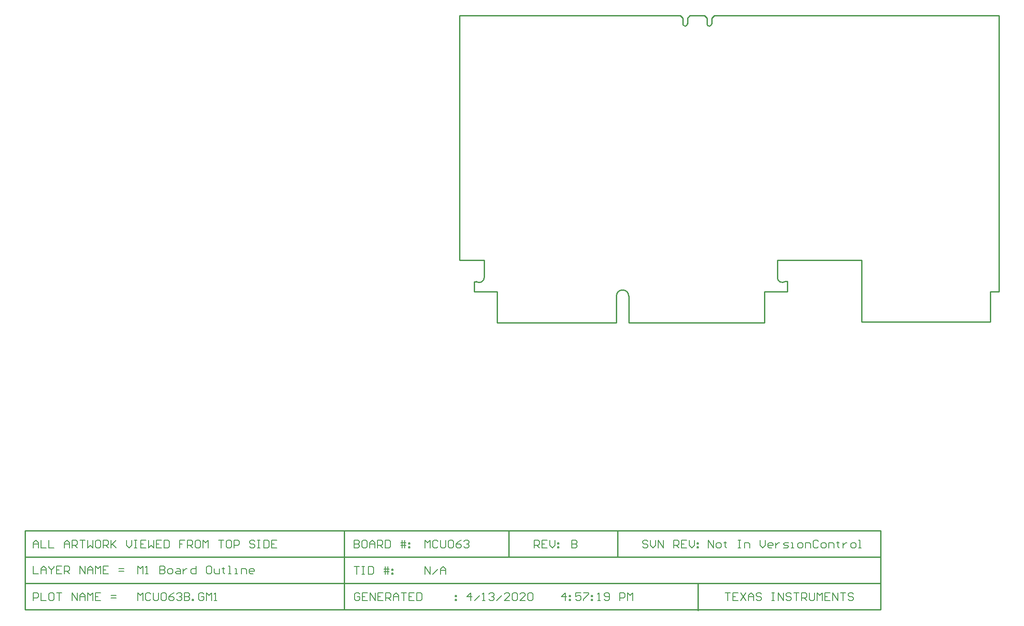
<source format=gm1>
G04*
G04 #@! TF.GenerationSoftware,Altium Limited,Altium Designer,18.1.9 (240)*
G04*
G04 Layer_Color=11296232*
%FSAX25Y25*%
%MOIN*%
G70*
G01*
G75*
%ADD14C,0.00394*%
%ADD15C,0.00800*%
%ADD17C,0.01000*%
G54D14*
X0172378Y0230504D02*
G03*
X0175921Y0230504I0001772J0000000D01*
G01*
X0191079D02*
G03*
X0194622Y0230504I0001772J0000000D01*
G01*
X0000001Y0183378D02*
Y0230622D01*
X0162831Y0237000D02*
X0170409D01*
X0172378Y0230504D02*
Y0235032D01*
X0170409Y0237000D02*
X0172378Y0235032D01*
X0175921Y0230504D02*
Y0235032D01*
X0177890Y0237000D01*
X0177988D01*
X0189012D01*
X0191079Y0230504D02*
Y0235032D01*
X0194622Y0230504D02*
Y0235032D01*
X0189110Y0237000D02*
X0191079Y0235032D01*
X0189012Y0237000D02*
X0189110D01*
X0194622Y0235032D02*
X0196591Y0237000D01*
X0204169D01*
G54D15*
X-0248386Y-0194578D02*
Y-0188580D01*
X-0246387Y-0190579D01*
X-0244388Y-0188580D01*
Y-0194578D01*
X-0242388D02*
X-0240389D01*
X-0241389D01*
Y-0188580D01*
X-0242388Y-0189579D01*
X-0231392Y-0188580D02*
Y-0194578D01*
X-0228393D01*
X-0227393Y-0193578D01*
Y-0192579D01*
X-0228393Y-0191579D01*
X-0231392D01*
X-0228393D01*
X-0227393Y-0190579D01*
Y-0189579D01*
X-0228393Y-0188580D01*
X-0231392D01*
X-0224394Y-0194578D02*
X-0222395D01*
X-0221395Y-0193578D01*
Y-0191579D01*
X-0222395Y-0190579D01*
X-0224394D01*
X-0225394Y-0191579D01*
Y-0193578D01*
X-0224394Y-0194578D01*
X-0218396Y-0190579D02*
X-0216397D01*
X-0215397Y-0191579D01*
Y-0194578D01*
X-0218396D01*
X-0219396Y-0193578D01*
X-0218396Y-0192579D01*
X-0215397D01*
X-0213398Y-0190579D02*
Y-0194578D01*
Y-0192579D01*
X-0212398Y-0191579D01*
X-0211398Y-0190579D01*
X-0210399D01*
X-0203401Y-0188580D02*
Y-0194578D01*
X-0206400D01*
X-0207400Y-0193578D01*
Y-0191579D01*
X-0206400Y-0190579D01*
X-0203401D01*
X-0192404Y-0188580D02*
X-0194404D01*
X-0195404Y-0189579D01*
Y-0193578D01*
X-0194404Y-0194578D01*
X-0192404D01*
X-0191405Y-0193578D01*
Y-0189579D01*
X-0192404Y-0188580D01*
X-0189406Y-0190579D02*
Y-0193578D01*
X-0188406Y-0194578D01*
X-0185407D01*
Y-0190579D01*
X-0182408Y-0189579D02*
Y-0190579D01*
X-0183407D01*
X-0181408D01*
X-0182408D01*
Y-0193578D01*
X-0181408Y-0194578D01*
X-0178409D02*
X-0176410D01*
X-0177409D01*
Y-0188580D01*
X-0178409D01*
X-0173411Y-0194578D02*
X-0171411D01*
X-0172411D01*
Y-0190579D01*
X-0173411D01*
X-0168412Y-0194578D02*
Y-0190579D01*
X-0165413D01*
X-0164414Y-0191579D01*
Y-0194578D01*
X-0159415D02*
X-0161415D01*
X-0162414Y-0193578D01*
Y-0191579D01*
X-0161415Y-0190579D01*
X-0159415D01*
X-0158415Y-0191579D01*
Y-0192579D01*
X-0162414D01*
X0192114Y-0174295D02*
Y-0168297D01*
X0196112Y-0174295D01*
Y-0168297D01*
X0199111Y-0174295D02*
X0201111D01*
X0202110Y-0173296D01*
Y-0171296D01*
X0201111Y-0170297D01*
X0199111D01*
X0198112Y-0171296D01*
Y-0173296D01*
X0199111Y-0174295D01*
X0205109Y-0169297D02*
Y-0170297D01*
X0204110D01*
X0206109D01*
X0205109D01*
Y-0173296D01*
X0206109Y-0174295D01*
X0215106Y-0168297D02*
X0217106D01*
X0216106D01*
Y-0174295D01*
X0215106D01*
X0217106D01*
X0220105D02*
Y-0170297D01*
X0223104D01*
X0224103Y-0171296D01*
Y-0174295D01*
X0232101Y-0168297D02*
Y-0172296D01*
X0234100Y-0174295D01*
X0236099Y-0172296D01*
Y-0168297D01*
X0241098Y-0174295D02*
X0239098D01*
X0238099Y-0173296D01*
Y-0171296D01*
X0239098Y-0170297D01*
X0241098D01*
X0242097Y-0171296D01*
Y-0172296D01*
X0238099D01*
X0244097Y-0170297D02*
Y-0174295D01*
Y-0172296D01*
X0245096Y-0171296D01*
X0246096Y-0170297D01*
X0247096D01*
X0250095Y-0174295D02*
X0253094D01*
X0254094Y-0173296D01*
X0253094Y-0172296D01*
X0251095D01*
X0250095Y-0171296D01*
X0251095Y-0170297D01*
X0254094D01*
X0256093Y-0174295D02*
X0258092D01*
X0257093D01*
Y-0170297D01*
X0256093D01*
X0262091Y-0174295D02*
X0264090D01*
X0265090Y-0173296D01*
Y-0171296D01*
X0264090Y-0170297D01*
X0262091D01*
X0261091Y-0171296D01*
Y-0173296D01*
X0262091Y-0174295D01*
X0267089D02*
Y-0170297D01*
X0270088D01*
X0271088Y-0171296D01*
Y-0174295D01*
X0277086Y-0169297D02*
X0276086Y-0168297D01*
X0274087D01*
X0273087Y-0169297D01*
Y-0173296D01*
X0274087Y-0174295D01*
X0276086D01*
X0277086Y-0173296D01*
X0280085Y-0174295D02*
X0282084D01*
X0283084Y-0173296D01*
Y-0171296D01*
X0282084Y-0170297D01*
X0280085D01*
X0279085Y-0171296D01*
Y-0173296D01*
X0280085Y-0174295D01*
X0285084D02*
Y-0170297D01*
X0288083D01*
X0289082Y-0171296D01*
Y-0174295D01*
X0292081Y-0169297D02*
Y-0170297D01*
X0291082D01*
X0293081D01*
X0292081D01*
Y-0173296D01*
X0293081Y-0174295D01*
X0296080Y-0170297D02*
Y-0174295D01*
Y-0172296D01*
X0297080Y-0171296D01*
X0298079Y-0170297D01*
X0299079D01*
X0303078Y-0174295D02*
X0305077D01*
X0306077Y-0173296D01*
Y-0171296D01*
X0305077Y-0170297D01*
X0303078D01*
X0302078Y-0171296D01*
Y-0173296D01*
X0303078Y-0174295D01*
X0308076D02*
X0310075D01*
X0309076D01*
Y-0168297D01*
X0308076D01*
X0145512Y-0169297D02*
X0144513Y-0168297D01*
X0142513D01*
X0141514Y-0169297D01*
Y-0170297D01*
X0142513Y-0171296D01*
X0144513D01*
X0145512Y-0172296D01*
Y-0173296D01*
X0144513Y-0174295D01*
X0142513D01*
X0141514Y-0173296D01*
X0147512Y-0168297D02*
Y-0172296D01*
X0149511Y-0174295D01*
X0151510Y-0172296D01*
Y-0168297D01*
X0153510Y-0174295D02*
Y-0168297D01*
X0157508Y-0174295D01*
Y-0168297D01*
X0165506Y-0174295D02*
Y-0168297D01*
X0168505D01*
X0169504Y-0169297D01*
Y-0171296D01*
X0168505Y-0172296D01*
X0165506D01*
X0167505D02*
X0169504Y-0174295D01*
X0175503Y-0168297D02*
X0171504D01*
Y-0174295D01*
X0175503D01*
X0171504Y-0171296D02*
X0173503D01*
X0177502Y-0168297D02*
Y-0172296D01*
X0179501Y-0174295D01*
X0181501Y-0172296D01*
Y-0168297D01*
X0183500Y-0170297D02*
X0184500D01*
Y-0171296D01*
X0183500D01*
Y-0170297D01*
Y-0173296D02*
X0184500D01*
Y-0174295D01*
X0183500D01*
Y-0173296D01*
X0057714Y-0174295D02*
Y-0168297D01*
X0060713D01*
X0061712Y-0169297D01*
Y-0171296D01*
X0060713Y-0172296D01*
X0057714D01*
X0059713D02*
X0061712Y-0174295D01*
X0067710Y-0168297D02*
X0063712D01*
Y-0174295D01*
X0067710D01*
X0063712Y-0171296D02*
X0065711D01*
X0069710Y-0168297D02*
Y-0172296D01*
X0071709Y-0174295D01*
X0073708Y-0172296D01*
Y-0168297D01*
X0075708Y-0170297D02*
X0076708D01*
Y-0171296D01*
X0075708D01*
Y-0170297D01*
Y-0173296D02*
X0076708D01*
Y-0174295D01*
X0075708D01*
Y-0173296D01*
X-0248386Y-0215162D02*
Y-0209164D01*
X-0246387Y-0211163D01*
X-0244388Y-0209164D01*
Y-0215162D01*
X-0238390Y-0210164D02*
X-0239389Y-0209164D01*
X-0241389D01*
X-0242388Y-0210164D01*
Y-0214162D01*
X-0241389Y-0215162D01*
X-0239389D01*
X-0238390Y-0214162D01*
X-0236390Y-0209164D02*
Y-0214162D01*
X-0235391Y-0215162D01*
X-0233391D01*
X-0232392Y-0214162D01*
Y-0209164D01*
X-0230392Y-0210164D02*
X-0229393Y-0209164D01*
X-0227393D01*
X-0226394Y-0210164D01*
Y-0214162D01*
X-0227393Y-0215162D01*
X-0229393D01*
X-0230392Y-0214162D01*
Y-0210164D01*
X-0220395Y-0209164D02*
X-0222395Y-0210164D01*
X-0224394Y-0212163D01*
Y-0214162D01*
X-0223394Y-0215162D01*
X-0221395D01*
X-0220395Y-0214162D01*
Y-0213163D01*
X-0221395Y-0212163D01*
X-0224394D01*
X-0218396Y-0210164D02*
X-0217396Y-0209164D01*
X-0215397D01*
X-0214397Y-0210164D01*
Y-0211163D01*
X-0215397Y-0212163D01*
X-0216397D01*
X-0215397D01*
X-0214397Y-0213163D01*
Y-0214162D01*
X-0215397Y-0215162D01*
X-0217396D01*
X-0218396Y-0214162D01*
X-0212398Y-0209164D02*
Y-0215162D01*
X-0209399D01*
X-0208399Y-0214162D01*
Y-0213163D01*
X-0209399Y-0212163D01*
X-0212398D01*
X-0209399D01*
X-0208399Y-0211163D01*
Y-0210164D01*
X-0209399Y-0209164D01*
X-0212398D01*
X-0206400Y-0215162D02*
Y-0214162D01*
X-0205400D01*
Y-0215162D01*
X-0206400D01*
X-0197403Y-0210164D02*
X-0198403Y-0209164D01*
X-0200402D01*
X-0201402Y-0210164D01*
Y-0214162D01*
X-0200402Y-0215162D01*
X-0198403D01*
X-0197403Y-0214162D01*
Y-0212163D01*
X-0199402D01*
X-0195404Y-0215162D02*
Y-0209164D01*
X-0193404Y-0211163D01*
X-0191405Y-0209164D01*
Y-0215162D01*
X-0189406D02*
X-0187406D01*
X-0188406D01*
Y-0209164D01*
X-0189406Y-0210164D01*
X0008863Y-0215162D02*
Y-0209164D01*
X0005864Y-0212163D01*
X0009862D01*
X0011862Y-0215162D02*
X0015860Y-0211163D01*
X0017860Y-0215162D02*
X0019859D01*
X0018859D01*
Y-0209164D01*
X0017860Y-0210164D01*
X0022858D02*
X0023858Y-0209164D01*
X0025857D01*
X0026857Y-0210164D01*
Y-0211163D01*
X0025857Y-0212163D01*
X0024858D01*
X0025857D01*
X0026857Y-0213163D01*
Y-0214162D01*
X0025857Y-0215162D01*
X0023858D01*
X0022858Y-0214162D01*
X0028856Y-0215162D02*
X0032855Y-0211163D01*
X0038853Y-0215162D02*
X0034854D01*
X0038853Y-0211163D01*
Y-0210164D01*
X0037853Y-0209164D01*
X0035854D01*
X0034854Y-0210164D01*
X0040852D02*
X0041852Y-0209164D01*
X0043851D01*
X0044851Y-0210164D01*
Y-0214162D01*
X0043851Y-0215162D01*
X0041852D01*
X0040852Y-0214162D01*
Y-0210164D01*
X0050849Y-0215162D02*
X0046850D01*
X0050849Y-0211163D01*
Y-0210164D01*
X0049849Y-0209164D01*
X0047850D01*
X0046850Y-0210164D01*
X0052848D02*
X0053848Y-0209164D01*
X0055847D01*
X0056847Y-0210164D01*
Y-0214162D01*
X0055847Y-0215162D01*
X0053848D01*
X0052848Y-0214162D01*
Y-0210164D01*
X-0077088D02*
X-0078087Y-0209164D01*
X-0080087D01*
X-0081086Y-0210164D01*
Y-0214162D01*
X-0080087Y-0215162D01*
X-0078087D01*
X-0077088Y-0214162D01*
Y-0212163D01*
X-0079087D01*
X-0071090Y-0209164D02*
X-0075088D01*
Y-0215162D01*
X-0071090D01*
X-0075088Y-0212163D02*
X-0073089D01*
X-0069090Y-0215162D02*
Y-0209164D01*
X-0065092Y-0215162D01*
Y-0209164D01*
X-0059093D02*
X-0063092D01*
Y-0215162D01*
X-0059093D01*
X-0063092Y-0212163D02*
X-0061093D01*
X-0057094Y-0215162D02*
Y-0209164D01*
X-0054095D01*
X-0053096Y-0210164D01*
Y-0212163D01*
X-0054095Y-0213163D01*
X-0057094D01*
X-0055095D02*
X-0053096Y-0215162D01*
X-0051096D02*
Y-0211163D01*
X-0049097Y-0209164D01*
X-0047097Y-0211163D01*
Y-0215162D01*
Y-0212163D01*
X-0051096D01*
X-0045098Y-0209164D02*
X-0041099D01*
X-0043099D01*
Y-0215162D01*
X-0035101Y-0209164D02*
X-0039100D01*
Y-0215162D01*
X-0035101D01*
X-0039100Y-0212163D02*
X-0037101D01*
X-0033102Y-0209164D02*
Y-0215162D01*
X-0030103D01*
X-0029103Y-0214162D01*
Y-0210164D01*
X-0030103Y-0209164D01*
X-0033102D01*
X-0003112Y-0211163D02*
X-0002112D01*
Y-0212163D01*
X-0003112D01*
Y-0211163D01*
Y-0214162D02*
X-0002112D01*
Y-0215162D01*
X-0003112D01*
Y-0214162D01*
X-0328936Y-0174295D02*
Y-0170297D01*
X-0326937Y-0168297D01*
X-0324938Y-0170297D01*
Y-0174295D01*
Y-0171296D01*
X-0328936D01*
X-0322938Y-0168297D02*
Y-0174295D01*
X-0318940D01*
X-0316940Y-0168297D02*
Y-0174295D01*
X-0312942D01*
X-0304944D02*
Y-0170297D01*
X-0302945Y-0168297D01*
X-0300945Y-0170297D01*
Y-0174295D01*
Y-0171296D01*
X-0304944D01*
X-0298946Y-0174295D02*
Y-0168297D01*
X-0295947D01*
X-0294947Y-0169297D01*
Y-0171296D01*
X-0295947Y-0172296D01*
X-0298946D01*
X-0296947D02*
X-0294947Y-0174295D01*
X-0292948Y-0168297D02*
X-0288949D01*
X-0290949D01*
Y-0174295D01*
X-0286950Y-0168297D02*
Y-0174295D01*
X-0284951Y-0172296D01*
X-0282951Y-0174295D01*
Y-0168297D01*
X-0277953D02*
X-0279952D01*
X-0280952Y-0169297D01*
Y-0173296D01*
X-0279952Y-0174295D01*
X-0277953D01*
X-0276953Y-0173296D01*
Y-0169297D01*
X-0277953Y-0168297D01*
X-0274954Y-0174295D02*
Y-0168297D01*
X-0271955D01*
X-0270955Y-0169297D01*
Y-0171296D01*
X-0271955Y-0172296D01*
X-0274954D01*
X-0272955D02*
X-0270955Y-0174295D01*
X-0268956Y-0168297D02*
Y-0174295D01*
Y-0172296D01*
X-0264957Y-0168297D01*
X-0267956Y-0171296D01*
X-0264957Y-0174295D01*
X-0256960Y-0168297D02*
Y-0172296D01*
X-0254960Y-0174295D01*
X-0252961Y-0172296D01*
Y-0168297D01*
X-0250962D02*
X-0248962D01*
X-0249962D01*
Y-0174295D01*
X-0250962D01*
X-0248962D01*
X-0241965Y-0168297D02*
X-0245963D01*
Y-0174295D01*
X-0241965D01*
X-0245963Y-0171296D02*
X-0243964D01*
X-0239965Y-0168297D02*
Y-0174295D01*
X-0237966Y-0172296D01*
X-0235966Y-0174295D01*
Y-0168297D01*
X-0229968D02*
X-0233967D01*
Y-0174295D01*
X-0229968D01*
X-0233967Y-0171296D02*
X-0231968D01*
X-0227969Y-0168297D02*
Y-0174295D01*
X-0224970D01*
X-0223970Y-0173296D01*
Y-0169297D01*
X-0224970Y-0168297D01*
X-0227969D01*
X-0211974D02*
X-0215973D01*
Y-0171296D01*
X-0213974D01*
X-0215973D01*
Y-0174295D01*
X-0209975D02*
Y-0168297D01*
X-0206976D01*
X-0205976Y-0169297D01*
Y-0171296D01*
X-0206976Y-0172296D01*
X-0209975D01*
X-0207976D02*
X-0205976Y-0174295D01*
X-0200978Y-0168297D02*
X-0202977D01*
X-0203977Y-0169297D01*
Y-0173296D01*
X-0202977Y-0174295D01*
X-0200978D01*
X-0199978Y-0173296D01*
Y-0169297D01*
X-0200978Y-0168297D01*
X-0197979Y-0174295D02*
Y-0168297D01*
X-0195979Y-0170297D01*
X-0193980Y-0168297D01*
Y-0174295D01*
X-0185983Y-0168297D02*
X-0181984D01*
X-0183983D01*
Y-0174295D01*
X-0176986Y-0168297D02*
X-0178985D01*
X-0179985Y-0169297D01*
Y-0173296D01*
X-0178985Y-0174295D01*
X-0176986D01*
X-0175986Y-0173296D01*
Y-0169297D01*
X-0176986Y-0168297D01*
X-0173986Y-0174295D02*
Y-0168297D01*
X-0170987D01*
X-0169988Y-0169297D01*
Y-0171296D01*
X-0170987Y-0172296D01*
X-0173986D01*
X-0157992Y-0169297D02*
X-0158991Y-0168297D01*
X-0160991D01*
X-0161990Y-0169297D01*
Y-0170297D01*
X-0160991Y-0171296D01*
X-0158991D01*
X-0157992Y-0172296D01*
Y-0173296D01*
X-0158991Y-0174295D01*
X-0160991D01*
X-0161990Y-0173296D01*
X-0155992Y-0168297D02*
X-0153993D01*
X-0154993D01*
Y-0174295D01*
X-0155992D01*
X-0153993D01*
X-0150994Y-0168297D02*
Y-0174295D01*
X-0147995D01*
X-0146995Y-0173296D01*
Y-0169297D01*
X-0147995Y-0168297D01*
X-0150994D01*
X-0140997D02*
X-0144996D01*
Y-0174295D01*
X-0140997D01*
X-0144996Y-0171296D02*
X-0142997D01*
X0086864Y-0168297D02*
Y-0174295D01*
X0089863D01*
X0090862Y-0173296D01*
Y-0172296D01*
X0089863Y-0171296D01*
X0086864D01*
X0089863D01*
X0090862Y-0170297D01*
Y-0169297D01*
X0089863Y-0168297D01*
X0086864D01*
X-0026736Y-0174295D02*
Y-0168297D01*
X-0024737Y-0170297D01*
X-0022738Y-0168297D01*
Y-0174295D01*
X-0016740Y-0169297D02*
X-0017739Y-0168297D01*
X-0019739D01*
X-0020738Y-0169297D01*
Y-0173296D01*
X-0019739Y-0174295D01*
X-0017739D01*
X-0016740Y-0173296D01*
X-0014740Y-0168297D02*
Y-0173296D01*
X-0013741Y-0174295D01*
X-0011741D01*
X-0010742Y-0173296D01*
Y-0168297D01*
X-0008742Y-0169297D02*
X-0007743Y-0168297D01*
X-0005743D01*
X-0004744Y-0169297D01*
Y-0173296D01*
X-0005743Y-0174295D01*
X-0007743D01*
X-0008742Y-0173296D01*
Y-0169297D01*
X0001255Y-0168297D02*
X-0000745Y-0169297D01*
X-0002744Y-0171296D01*
Y-0173296D01*
X-0001744Y-0174295D01*
X0000255D01*
X0001255Y-0173296D01*
Y-0172296D01*
X0000255Y-0171296D01*
X-0002744D01*
X0003254Y-0169297D02*
X0004254Y-0168297D01*
X0006253D01*
X0007253Y-0169297D01*
Y-0170297D01*
X0006253Y-0171296D01*
X0005253D01*
X0006253D01*
X0007253Y-0172296D01*
Y-0173296D01*
X0006253Y-0174295D01*
X0004254D01*
X0003254Y-0173296D01*
X-0081286Y-0168297D02*
Y-0174295D01*
X-0078287D01*
X-0077288Y-0173296D01*
Y-0172296D01*
X-0078287Y-0171296D01*
X-0081286D01*
X-0078287D01*
X-0077288Y-0170297D01*
Y-0169297D01*
X-0078287Y-0168297D01*
X-0081286D01*
X-0072289D02*
X-0074289D01*
X-0075288Y-0169297D01*
Y-0173296D01*
X-0074289Y-0174295D01*
X-0072289D01*
X-0071290Y-0173296D01*
Y-0169297D01*
X-0072289Y-0168297D01*
X-0069290Y-0174295D02*
Y-0170297D01*
X-0067291Y-0168297D01*
X-0065292Y-0170297D01*
Y-0174295D01*
Y-0171296D01*
X-0069290D01*
X-0063292Y-0174295D02*
Y-0168297D01*
X-0060293D01*
X-0059294Y-0169297D01*
Y-0171296D01*
X-0060293Y-0172296D01*
X-0063292D01*
X-0061293D02*
X-0059294Y-0174295D01*
X-0057294Y-0168297D02*
Y-0174295D01*
X-0054295D01*
X-0053295Y-0173296D01*
Y-0169297D01*
X-0054295Y-0168297D01*
X-0057294D01*
X-0044298Y-0174295D02*
Y-0168297D01*
X-0042299D02*
Y-0174295D01*
X-0045298Y-0170297D02*
X-0042299D01*
X-0041299D01*
X-0045298Y-0172296D02*
X-0041299D01*
X-0039300Y-0170297D02*
X-0038300D01*
Y-0171296D01*
X-0039300D01*
Y-0170297D01*
Y-0173296D02*
X-0038300D01*
Y-0174295D01*
X-0039300D01*
Y-0173296D01*
X-0328936Y-0188580D02*
Y-0194578D01*
X-0324938D01*
X-0322938D02*
Y-0190579D01*
X-0320939Y-0188580D01*
X-0318940Y-0190579D01*
Y-0194578D01*
Y-0191579D01*
X-0322938D01*
X-0316940Y-0188580D02*
Y-0189579D01*
X-0314941Y-0191579D01*
X-0312942Y-0189579D01*
Y-0188580D01*
X-0314941Y-0191579D02*
Y-0194578D01*
X-0306943Y-0188580D02*
X-0310942D01*
Y-0194578D01*
X-0306943D01*
X-0310942Y-0191579D02*
X-0308943D01*
X-0304944Y-0194578D02*
Y-0188580D01*
X-0301945D01*
X-0300945Y-0189579D01*
Y-0191579D01*
X-0301945Y-0192579D01*
X-0304944D01*
X-0302945D02*
X-0300945Y-0194578D01*
X-0292948D02*
Y-0188580D01*
X-0288949Y-0194578D01*
Y-0188580D01*
X-0286950Y-0194578D02*
Y-0190579D01*
X-0284951Y-0188580D01*
X-0282951Y-0190579D01*
Y-0194578D01*
Y-0191579D01*
X-0286950D01*
X-0280952Y-0194578D02*
Y-0188580D01*
X-0278953Y-0190579D01*
X-0276953Y-0188580D01*
Y-0194578D01*
X-0270955Y-0188580D02*
X-0274954D01*
Y-0194578D01*
X-0270955D01*
X-0274954Y-0191579D02*
X-0272955D01*
X-0262958Y-0192579D02*
X-0258959D01*
X-0262958Y-0190579D02*
X-0258959D01*
X-0328936Y-0215162D02*
Y-0209164D01*
X-0325937D01*
X-0324938Y-0210164D01*
Y-0212163D01*
X-0325937Y-0213163D01*
X-0328936D01*
X-0322938Y-0209164D02*
Y-0215162D01*
X-0318940D01*
X-0313941Y-0209164D02*
X-0315941D01*
X-0316940Y-0210164D01*
Y-0214162D01*
X-0315941Y-0215162D01*
X-0313941D01*
X-0312942Y-0214162D01*
Y-0210164D01*
X-0313941Y-0209164D01*
X-0310942D02*
X-0306943D01*
X-0308943D01*
Y-0215162D01*
X-0298946D02*
Y-0209164D01*
X-0294947Y-0215162D01*
Y-0209164D01*
X-0292948Y-0215162D02*
Y-0211163D01*
X-0290949Y-0209164D01*
X-0288949Y-0211163D01*
Y-0215162D01*
Y-0212163D01*
X-0292948D01*
X-0286950Y-0215162D02*
Y-0209164D01*
X-0284951Y-0211163D01*
X-0282951Y-0209164D01*
Y-0215162D01*
X-0276953Y-0209164D02*
X-0280952D01*
Y-0215162D01*
X-0276953D01*
X-0280952Y-0212163D02*
X-0278953D01*
X-0268956Y-0213163D02*
X-0264957D01*
X-0268956Y-0211163D02*
X-0264957D01*
X0081763Y-0215162D02*
Y-0209164D01*
X0078764Y-0212163D01*
X0082762D01*
X0084762Y-0211163D02*
X0085761D01*
Y-0212163D01*
X0084762D01*
Y-0211163D01*
Y-0214162D02*
X0085761D01*
Y-0215162D01*
X0084762D01*
Y-0214162D01*
X0093759Y-0209164D02*
X0089760D01*
Y-0212163D01*
X0091759Y-0211163D01*
X0092759D01*
X0093759Y-0212163D01*
Y-0214162D01*
X0092759Y-0215162D01*
X0090760D01*
X0089760Y-0214162D01*
X0095758Y-0209164D02*
X0099757D01*
Y-0210164D01*
X0095758Y-0214162D01*
Y-0215162D01*
X0101756Y-0211163D02*
X0102756D01*
Y-0212163D01*
X0101756D01*
Y-0211163D01*
Y-0214162D02*
X0102756D01*
Y-0215162D01*
X0101756D01*
Y-0214162D01*
X0106755Y-0215162D02*
X0108754D01*
X0107754D01*
Y-0209164D01*
X0106755Y-0210164D01*
X0111753Y-0214162D02*
X0112753Y-0215162D01*
X0114752D01*
X0115752Y-0214162D01*
Y-0210164D01*
X0114752Y-0209164D01*
X0112753D01*
X0111753Y-0210164D01*
Y-0211163D01*
X0112753Y-0212163D01*
X0115752D01*
X0123749Y-0215162D02*
Y-0209164D01*
X0126748D01*
X0127748Y-0210164D01*
Y-0212163D01*
X0126748Y-0213163D01*
X0123749D01*
X0129747Y-0215162D02*
Y-0209164D01*
X0131746Y-0211163D01*
X0133746Y-0209164D01*
Y-0215162D01*
X0205214Y-0209164D02*
X0209212D01*
X0207213D01*
Y-0215162D01*
X0215210Y-0209164D02*
X0211212D01*
Y-0215162D01*
X0215210D01*
X0211212Y-0212163D02*
X0213211D01*
X0217210Y-0209164D02*
X0221208Y-0215162D01*
Y-0209164D02*
X0217210Y-0215162D01*
X0223208D02*
Y-0211163D01*
X0225207Y-0209164D01*
X0227206Y-0211163D01*
Y-0215162D01*
Y-0212163D01*
X0223208D01*
X0233205Y-0210164D02*
X0232205Y-0209164D01*
X0230205D01*
X0229206Y-0210164D01*
Y-0211163D01*
X0230205Y-0212163D01*
X0232205D01*
X0233205Y-0213163D01*
Y-0214162D01*
X0232205Y-0215162D01*
X0230205D01*
X0229206Y-0214162D01*
X0241202Y-0209164D02*
X0243201D01*
X0242202D01*
Y-0215162D01*
X0241202D01*
X0243201D01*
X0246200D02*
Y-0209164D01*
X0250199Y-0215162D01*
Y-0209164D01*
X0256197Y-0210164D02*
X0255197Y-0209164D01*
X0253198D01*
X0252198Y-0210164D01*
Y-0211163D01*
X0253198Y-0212163D01*
X0255197D01*
X0256197Y-0213163D01*
Y-0214162D01*
X0255197Y-0215162D01*
X0253198D01*
X0252198Y-0214162D01*
X0258196Y-0209164D02*
X0262195D01*
X0260196D01*
Y-0215162D01*
X0264194D02*
Y-0209164D01*
X0267194D01*
X0268193Y-0210164D01*
Y-0212163D01*
X0267194Y-0213163D01*
X0264194D01*
X0266194D02*
X0268193Y-0215162D01*
X0270193Y-0209164D02*
Y-0214162D01*
X0271192Y-0215162D01*
X0273192D01*
X0274191Y-0214162D01*
Y-0209164D01*
X0276191Y-0215162D02*
Y-0209164D01*
X0278190Y-0211163D01*
X0280189Y-0209164D01*
Y-0215162D01*
X0286187Y-0209164D02*
X0282189D01*
Y-0215162D01*
X0286187D01*
X0282189Y-0212163D02*
X0284188D01*
X0288187Y-0215162D02*
Y-0209164D01*
X0292185Y-0215162D01*
Y-0209164D01*
X0294185D02*
X0298183D01*
X0296184D01*
Y-0215162D01*
X0304182Y-0210164D02*
X0303182Y-0209164D01*
X0301183D01*
X0300183Y-0210164D01*
Y-0211163D01*
X0301183Y-0212163D01*
X0303182D01*
X0304182Y-0213163D01*
Y-0214162D01*
X0303182Y-0215162D01*
X0301183D01*
X0300183Y-0214162D01*
X-0081286Y-0188630D02*
X-0077288D01*
X-0079287D01*
Y-0194629D01*
X-0075288Y-0188630D02*
X-0073289D01*
X-0074289D01*
Y-0194629D01*
X-0075288D01*
X-0073289D01*
X-0070290Y-0188630D02*
Y-0194629D01*
X-0067291D01*
X-0066291Y-0193629D01*
Y-0189630D01*
X-0067291Y-0188630D01*
X-0070290D01*
X-0057294Y-0194629D02*
Y-0188630D01*
X-0055295D02*
Y-0194629D01*
X-0058294Y-0190630D02*
X-0055295D01*
X-0054295D01*
X-0058294Y-0192629D02*
X-0054295D01*
X-0052296Y-0190630D02*
X-0051296D01*
Y-0191630D01*
X-0052296D01*
Y-0190630D01*
Y-0193629D02*
X-0051296D01*
Y-0194629D01*
X-0052296D01*
Y-0193629D01*
X-0026736Y-0194629D02*
Y-0188630D01*
X-0022738Y-0194629D01*
Y-0188630D01*
X-0020738Y-0194629D02*
X-0016740Y-0190630D01*
X-0014740Y-0194629D02*
Y-0190630D01*
X-0012741Y-0188630D01*
X-0010742Y-0190630D01*
Y-0194629D01*
Y-0191630D01*
X-0014740D01*
G54D17*
X0130611Y0020124D02*
G03*
X0121162Y0020124I-0004724J0000000D01*
G01*
X0245348Y0034600D02*
G03*
X0251598Y0031500I0003900J0000012D01*
G01*
X0012898Y0031400D02*
G03*
X0019148Y0034703I0002355J0003109D01*
G01*
X0172440Y0230459D02*
G03*
X0175917Y0230460I0001739J-0000021D01*
G01*
X0192800Y0228700D02*
G03*
X0194618Y0230460I0000029J0001789D01*
G01*
X0191074D02*
G03*
X0192800Y0228700I0001743J-0000017D01*
G01*
X0235498Y0023600D02*
X0235550Y-0000350D01*
X0130611Y-0000349D02*
Y0020124D01*
X0121162Y-0000349D02*
Y0020124D01*
X0130611Y-0000349D02*
X0235550Y-0000350D01*
X0028918Y-0000349D02*
X0121162D01*
X0028918D02*
Y0023273D01*
X0000001Y0048000D02*
X0019098D01*
Y0034700D02*
Y0048000D01*
X0011298Y0023600D02*
Y0031400D01*
X0012898D01*
X0011298Y0023600D02*
X0028998D01*
X0245298Y0044359D02*
Y0048000D01*
X0235498Y0023600D02*
X0253198D01*
Y0031500D01*
X0251598D02*
X0253198D01*
X0245298Y0034600D02*
Y0044359D01*
Y0048000D02*
X0310329D01*
Y0000400D02*
Y0048000D01*
Y0000400D02*
X0409857D01*
Y0023610D01*
X0416398D01*
X-0000000Y0048000D02*
Y0236999D01*
X0416398Y0023610D02*
Y0237000D01*
X-0000000Y0236999D02*
X0170362D01*
X0172373Y0234988D01*
X0175917D02*
X0177885Y0236956D01*
X0189106D01*
X0191074Y0234988D01*
X0194618D02*
X0196630Y0237000D01*
X0416398D01*
X0172373Y0230460D02*
Y0234988D01*
X0175917Y0230460D02*
Y0234988D01*
X0194618Y0230460D02*
Y0234988D01*
X0191074Y0230460D02*
Y0234988D01*
X0175917Y0230460D02*
X0175917Y0230460D01*
X0121914Y-0181412D02*
Y-0161079D01*
X0037914Y-0181412D02*
Y-0161079D01*
X-0335286Y-0181412D02*
X0324914D01*
X-0335286Y-0201745D02*
X0324714D01*
X-0335286Y-0222079D02*
X0065214D01*
X-0335236Y-0161079D02*
X0324914D01*
X-0335236Y-0222079D02*
Y-0161079D01*
Y-0222079D02*
X-0177686D01*
X-0335286D02*
Y-0161079D01*
X-0088786Y-0222079D02*
Y-0161079D01*
X0324914Y-0222079D02*
Y-0161079D01*
X0065214Y-0222079D02*
X0324914D01*
X0184114Y-0222729D02*
Y-0202445D01*
M02*

</source>
